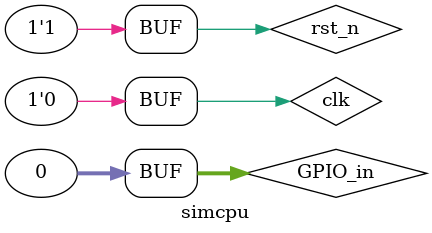
<source format=sv>
module simcpu;

    logic clk, rst_n;
    logic [31:0] GPIO_in, GPIO_out;

    cpu dut(
        .clk(clk),
        .rst_n(rst_n),
        .GPIO_in(GPIO_in),
        .GPIO_out(GPIO_out)
    );


    always begin
        clk = 1'b1; #5;
        clk = 1'b0; #5;
    end

    initial begin
        GPIO_in = 32'd0;
        rst_n = 1'b0; #20;
        rst_n = 1'b1;
    end

    always @(posedge clk) begin
        $display("cPU result --->  %h", GPIO_out);
    end

endmodule

</source>
